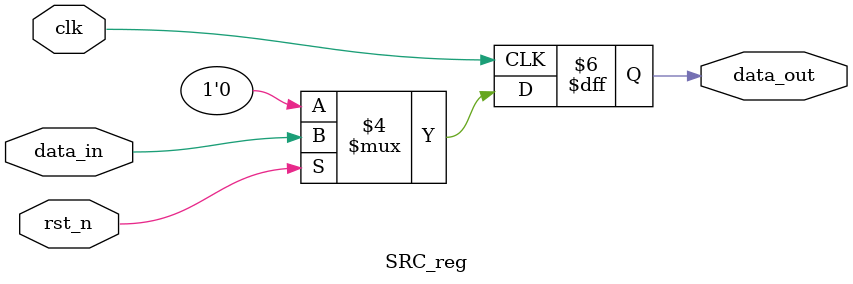
<source format=v>
`timescale 1ns / 1ps


module SRC_reg(
    input clk,
    input rst_n,
    input data_in,
    output reg data_out
    );

    always @(posedge clk) begin : proc_data_out
        if(~rst_n) begin
            data_out <= 0;
        end else begin
            data_out <= data_in;
        end
    end
endmodule

</source>
